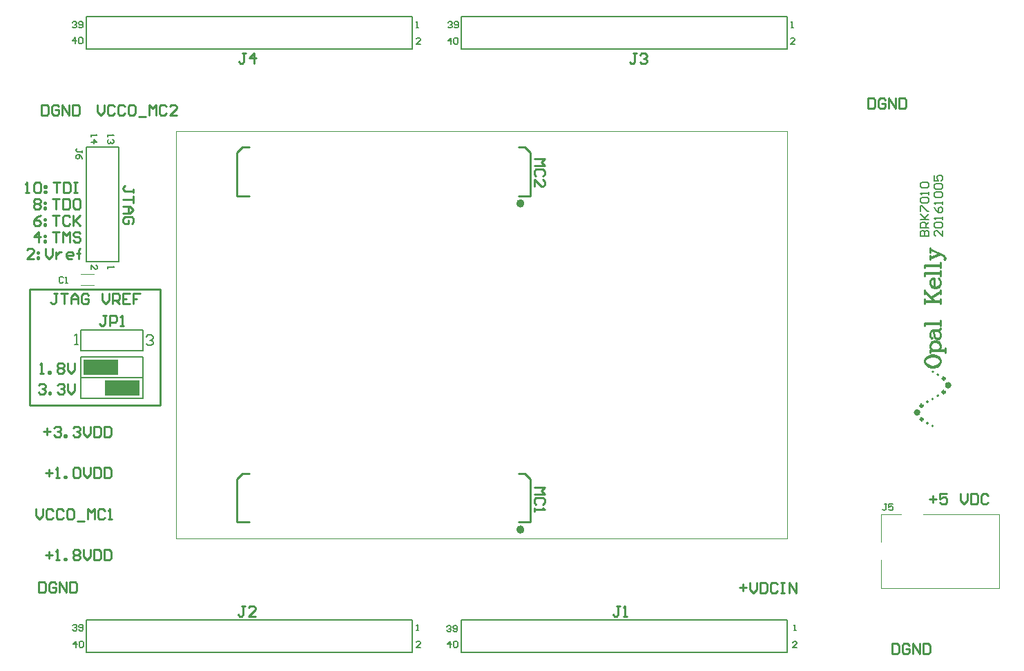
<source format=gto>
G04 Layer_Color=65535*
%FSLAX25Y25*%
%MOIN*%
G70*
G01*
G75*
%ADD14C,0.01000*%
%ADD25C,0.01969*%
%ADD26C,0.00675*%
%ADD27C,0.00825*%
%ADD28C,0.01200*%
%ADD29C,0.01500*%
%ADD30C,0.00472*%
%ADD31C,0.00787*%
%ADD32C,0.00800*%
%ADD33C,0.00799*%
%ADD34C,0.00799*%
%ADD35R,0.17100X0.07600*%
D14*
X95276Y78740D02*
X98425D01*
X228346D02*
X231496D01*
X231496D02*
X234252Y75984D01*
X92520Y55118D02*
Y75984D01*
Y55118D02*
X98425D01*
X92520Y75984D02*
X95276Y78740D01*
X234252Y55118D02*
Y75984D01*
X228346Y55118D02*
X234252D01*
X228346Y212598D02*
X234252D01*
Y233465D01*
X92520D02*
X95276Y236220D01*
X92520Y212598D02*
X98425D01*
X92520D02*
Y233465D01*
X231496Y236220D02*
X234252Y233465D01*
X228346Y236220D02*
X231496D01*
X95276D02*
X98425D01*
X-7567Y111758D02*
Y167758D01*
Y111758D02*
X55433D01*
Y167758D01*
X-7567D02*
X55433D01*
X25100Y256735D02*
Y253403D01*
X26766Y251737D01*
X28432Y253403D01*
Y256735D01*
X33431Y255902D02*
X32598Y256735D01*
X30931D01*
X30098Y255902D01*
Y252570D01*
X30931Y251737D01*
X32598D01*
X33431Y252570D01*
X38429Y255902D02*
X37596Y256735D01*
X35930D01*
X35097Y255902D01*
Y252570D01*
X35930Y251737D01*
X37596D01*
X38429Y252570D01*
X42594Y256735D02*
X40928D01*
X40095Y255902D01*
Y252570D01*
X40928Y251737D01*
X42594D01*
X43427Y252570D01*
Y255902D01*
X42594Y256735D01*
X45094Y250904D02*
X48426D01*
X50092Y251737D02*
Y256735D01*
X51758Y255069D01*
X53424Y256735D01*
Y251737D01*
X58422Y255902D02*
X57590Y256735D01*
X55923D01*
X55090Y255902D01*
Y252570D01*
X55923Y251737D01*
X57590D01*
X58422Y252570D01*
X63421Y251737D02*
X60089D01*
X63421Y255069D01*
Y255902D01*
X62588Y256735D01*
X60922D01*
X60089Y255902D01*
X-4665Y61583D02*
Y58251D01*
X-2998Y56585D01*
X-1332Y58251D01*
Y61583D01*
X3666Y60750D02*
X2833Y61583D01*
X1167D01*
X334Y60750D01*
Y57418D01*
X1167Y56585D01*
X2833D01*
X3666Y57418D01*
X8664Y60750D02*
X7831Y61583D01*
X6165D01*
X5332Y60750D01*
Y57418D01*
X6165Y56585D01*
X7831D01*
X8664Y57418D01*
X12830Y61583D02*
X11164D01*
X10331Y60750D01*
Y57418D01*
X11164Y56585D01*
X12830D01*
X13663Y57418D01*
Y60750D01*
X12830Y61583D01*
X15329Y55752D02*
X18661D01*
X20327Y56585D02*
Y61583D01*
X21993Y59917D01*
X23660Y61583D01*
Y56585D01*
X28658Y60750D02*
X27825Y61583D01*
X26159D01*
X25326Y60750D01*
Y57418D01*
X26159Y56585D01*
X27825D01*
X28658Y57418D01*
X30324Y56585D02*
X31990D01*
X31157D01*
Y61583D01*
X30324Y60750D01*
X29465Y155057D02*
X27799D01*
X28632D01*
Y150891D01*
X27799Y150058D01*
X26966D01*
X26133Y150891D01*
X31132Y150058D02*
Y155057D01*
X33631D01*
X34464Y154224D01*
Y152558D01*
X33631Y151724D01*
X31132D01*
X36130Y150058D02*
X37796D01*
X36963D01*
Y155057D01*
X36130Y154224D01*
X397200Y259798D02*
Y254800D01*
X399699D01*
X400532Y255633D01*
Y258965D01*
X399699Y259798D01*
X397200D01*
X405531Y258965D02*
X404698Y259798D01*
X403031D01*
X402198Y258965D01*
Y255633D01*
X403031Y254800D01*
X404698D01*
X405531Y255633D01*
Y257299D01*
X403864D01*
X407197Y254800D02*
Y259798D01*
X410529Y254800D01*
Y259798D01*
X412195D02*
Y254800D01*
X414694D01*
X415527Y255633D01*
Y258965D01*
X414694Y259798D01*
X412195D01*
X408700Y-3502D02*
Y-8500D01*
X411199D01*
X412032Y-7667D01*
Y-4335D01*
X411199Y-3502D01*
X408700D01*
X417031Y-4335D02*
X416198Y-3502D01*
X414531D01*
X413698Y-4335D01*
Y-7667D01*
X414531Y-8500D01*
X416198D01*
X417031Y-7667D01*
Y-6001D01*
X415365D01*
X418697Y-8500D02*
Y-3502D01*
X422029Y-8500D01*
Y-3502D01*
X423695D02*
Y-8500D01*
X426194D01*
X427027Y-7667D01*
Y-4335D01*
X426194Y-3502D01*
X423695D01*
X-3100Y26198D02*
Y21200D01*
X-601D01*
X232Y22033D01*
Y25365D01*
X-601Y26198D01*
X-3100D01*
X5231Y25365D02*
X4398Y26198D01*
X2731D01*
X1898Y25365D01*
Y22033D01*
X2731Y21200D01*
X4398D01*
X5231Y22033D01*
Y23699D01*
X3565D01*
X6897Y21200D02*
Y26198D01*
X10229Y21200D01*
Y26198D01*
X11895D02*
Y21200D01*
X14394D01*
X15227Y22033D01*
Y25365D01*
X14394Y26198D01*
X11895D01*
X-1800Y256735D02*
Y251737D01*
X699D01*
X1532Y252570D01*
Y255902D01*
X699Y256735D01*
X-1800D01*
X6531Y255902D02*
X5698Y256735D01*
X4031D01*
X3198Y255902D01*
Y252570D01*
X4031Y251737D01*
X5698D01*
X6531Y252570D01*
Y254236D01*
X4865D01*
X8197Y251737D02*
Y256735D01*
X11529Y251737D01*
Y256735D01*
X13195D02*
Y251737D01*
X15694D01*
X16527Y252570D01*
Y255902D01*
X15694Y256735D01*
X13195D01*
X335000Y23499D02*
X338332D01*
X336666Y25165D02*
Y21833D01*
X339998Y25998D02*
Y22666D01*
X341665Y21000D01*
X343331Y22666D01*
Y25998D01*
X344997D02*
Y21000D01*
X347496D01*
X348329Y21833D01*
Y25165D01*
X347496Y25998D01*
X344997D01*
X353327Y25165D02*
X352494Y25998D01*
X350828D01*
X349995Y25165D01*
Y21833D01*
X350828Y21000D01*
X352494D01*
X353327Y21833D01*
X354994Y25998D02*
X356660D01*
X355827D01*
Y21000D01*
X354994D01*
X356660D01*
X359159D02*
Y25998D01*
X362491Y21000D01*
Y25998D01*
X-833Y98884D02*
X2499D01*
X833Y100550D02*
Y97218D01*
X4165Y100550D02*
X4998Y101383D01*
X6664D01*
X7498Y100550D01*
Y99717D01*
X6664Y98884D01*
X5832D01*
X6664D01*
X7498Y98051D01*
Y97218D01*
X6664Y96385D01*
X4998D01*
X4165Y97218D01*
X9164Y96385D02*
Y97218D01*
X9997D01*
Y96385D01*
X9164D01*
X13329Y100550D02*
X14162Y101383D01*
X15828D01*
X16661Y100550D01*
Y99717D01*
X15828Y98884D01*
X14995D01*
X15828D01*
X16661Y98051D01*
Y97218D01*
X15828Y96385D01*
X14162D01*
X13329Y97218D01*
X18327Y101383D02*
Y98051D01*
X19994Y96385D01*
X21660Y98051D01*
Y101383D01*
X23326D02*
Y96385D01*
X25825D01*
X26658Y97218D01*
Y100550D01*
X25825Y101383D01*
X23326D01*
X28324D02*
Y96385D01*
X30823D01*
X31656Y97218D01*
Y100550D01*
X30823Y101383D01*
X28324D01*
X0Y39344D02*
X3332D01*
X1666Y41010D02*
Y37678D01*
X4998Y36845D02*
X6664D01*
X5831D01*
Y41843D01*
X4998Y41010D01*
X9164Y36845D02*
Y37678D01*
X9997D01*
Y36845D01*
X9164D01*
X13329Y41010D02*
X14162Y41843D01*
X15828D01*
X16661Y41010D01*
Y40177D01*
X15828Y39344D01*
X16661Y38511D01*
Y37678D01*
X15828Y36845D01*
X14162D01*
X13329Y37678D01*
Y38511D01*
X14162Y39344D01*
X13329Y40177D01*
Y41010D01*
X14162Y39344D02*
X15828D01*
X18327Y41843D02*
Y38511D01*
X19994Y36845D01*
X21660Y38511D01*
Y41843D01*
X23326D02*
Y36845D01*
X25825D01*
X26658Y37678D01*
Y41010D01*
X25825Y41843D01*
X23326D01*
X28324D02*
Y36845D01*
X30823D01*
X31656Y37678D01*
Y41010D01*
X30823Y41843D01*
X28324D01*
X0Y79084D02*
X3332D01*
X1666Y80750D02*
Y77418D01*
X4998Y76585D02*
X6664D01*
X5831D01*
Y81583D01*
X4998Y80750D01*
X9164Y76585D02*
Y77418D01*
X9997D01*
Y76585D01*
X9164D01*
X13329Y80750D02*
X14162Y81583D01*
X15828D01*
X16661Y80750D01*
Y77418D01*
X15828Y76585D01*
X14162D01*
X13329Y77418D01*
Y80750D01*
X18327Y81583D02*
Y78251D01*
X19994Y76585D01*
X21660Y78251D01*
Y81583D01*
X23326D02*
Y76585D01*
X25825D01*
X26658Y77418D01*
Y80750D01*
X25825Y81583D01*
X23326D01*
X28324D02*
Y76585D01*
X30823D01*
X31656Y77418D01*
Y80750D01*
X30823Y81583D01*
X28324D01*
X277443Y14652D02*
X275776D01*
X276609D01*
Y10487D01*
X275776Y9653D01*
X274943D01*
X274110Y10487D01*
X279109Y9653D02*
X280775D01*
X279942D01*
Y14652D01*
X279109Y13819D01*
X96419Y14620D02*
X94753D01*
X95586D01*
Y10455D01*
X94753Y9622D01*
X93920D01*
X93087Y10455D01*
X101417Y9622D02*
X98085D01*
X101417Y12954D01*
Y13787D01*
X100584Y14620D01*
X98918D01*
X98085Y13787D01*
X285332Y281498D02*
X283666D01*
X284499D01*
Y277333D01*
X283666Y276500D01*
X282833D01*
X282000Y277333D01*
X286998Y280665D02*
X287831Y281498D01*
X289498D01*
X290331Y280665D01*
Y279832D01*
X289498Y278999D01*
X288665D01*
X289498D01*
X290331Y278166D01*
Y277333D01*
X289498Y276500D01*
X287831D01*
X286998Y277333D01*
X96732Y281698D02*
X95066D01*
X95899D01*
Y277533D01*
X95066Y276700D01*
X94233D01*
X93400Y277533D01*
X100898Y276700D02*
Y281698D01*
X98398Y279199D01*
X101731D01*
X235989Y72089D02*
X240987D01*
X239321Y70423D01*
X240987Y68757D01*
X235989D01*
X240154Y63758D02*
X240987Y64591D01*
Y66258D01*
X240154Y67091D01*
X236822D01*
X235989Y66258D01*
Y64591D01*
X236822Y63758D01*
X235989Y62092D02*
Y60426D01*
Y61259D01*
X240987D01*
X240154Y62092D01*
X236089Y230489D02*
X241087D01*
X239421Y228823D01*
X241087Y227157D01*
X236089D01*
X240254Y222158D02*
X241087Y222991D01*
Y224658D01*
X240254Y225491D01*
X236922D01*
X236089Y224658D01*
Y222991D01*
X236922Y222158D01*
X236089Y217160D02*
Y220492D01*
X239421Y217160D01*
X240254D01*
X241087Y217993D01*
Y219659D01*
X240254Y220492D01*
X426800Y66299D02*
X430132D01*
X428466Y67965D02*
Y64633D01*
X435131Y68798D02*
X431798D01*
Y66299D01*
X433464Y67132D01*
X434298D01*
X435131Y66299D01*
Y64633D01*
X434298Y63800D01*
X432631D01*
X431798Y64633D01*
X441795Y68798D02*
Y65466D01*
X443461Y63800D01*
X445127Y65466D01*
Y68798D01*
X446794D02*
Y63800D01*
X449293D01*
X450126Y64633D01*
Y67965D01*
X449293Y68798D01*
X446794D01*
X455124Y67965D02*
X454291Y68798D01*
X452625D01*
X451792Y67965D01*
Y64633D01*
X452625Y63800D01*
X454291D01*
X455124Y64633D01*
X5865Y165557D02*
X4199D01*
X5032D01*
Y161391D01*
X4199Y160558D01*
X3366D01*
X2533Y161391D01*
X7531Y165557D02*
X10864D01*
X9198D01*
Y160558D01*
X12530D02*
Y163891D01*
X14196Y165557D01*
X15862Y163891D01*
Y160558D01*
Y163057D01*
X12530D01*
X20861Y164724D02*
X20027Y165557D01*
X18361D01*
X17528Y164724D01*
Y161391D01*
X18361Y160558D01*
X20027D01*
X20861Y161391D01*
Y163057D01*
X19194D01*
X27525Y165557D02*
Y162224D01*
X29191Y160558D01*
X30857Y162224D01*
Y165557D01*
X32523Y160558D02*
Y165557D01*
X35023D01*
X35856Y164724D01*
Y163057D01*
X35023Y162224D01*
X32523D01*
X34190D02*
X35856Y160558D01*
X40854Y165557D02*
X37522D01*
Y160558D01*
X40854D01*
X37522Y163057D02*
X39188D01*
X45852Y165557D02*
X42520D01*
Y163057D01*
X44186D01*
X42520D01*
Y160558D01*
X-3367Y121224D02*
X-2534Y122057D01*
X-868D01*
X-35Y121224D01*
Y120390D01*
X-868Y119557D01*
X-1701D01*
X-868D01*
X-35Y118724D01*
Y117891D01*
X-868Y117058D01*
X-2534D01*
X-3367Y117891D01*
X1631Y117058D02*
Y117891D01*
X2465D01*
Y117058D01*
X1631D01*
X5797Y121224D02*
X6630Y122057D01*
X8296D01*
X9129Y121224D01*
Y120390D01*
X8296Y119557D01*
X7463D01*
X8296D01*
X9129Y118724D01*
Y117891D01*
X8296Y117058D01*
X6630D01*
X5797Y117891D01*
X10795Y122057D02*
Y118724D01*
X12461Y117058D01*
X14127Y118724D01*
Y122057D01*
X-2567Y127058D02*
X-901D01*
X-1734D01*
Y132057D01*
X-2567Y131224D01*
X1598Y127058D02*
Y127891D01*
X2431D01*
Y127058D01*
X1598D01*
X5764Y131224D02*
X6597Y132057D01*
X8263D01*
X9096Y131224D01*
Y130391D01*
X8263Y129558D01*
X9096Y128724D01*
Y127891D01*
X8263Y127058D01*
X6597D01*
X5764Y127891D01*
Y128724D01*
X6597Y129558D01*
X5764Y130391D01*
Y131224D01*
X6597Y129558D02*
X8263D01*
X10762Y132057D02*
Y128724D01*
X12428Y127058D01*
X14094Y128724D01*
Y132057D01*
X-2222Y203320D02*
X-3888Y202487D01*
X-5554Y200821D01*
Y199155D01*
X-4721Y198322D01*
X-3055D01*
X-2222Y199155D01*
Y199988D01*
X-3055Y200821D01*
X-5554D01*
X-556Y201654D02*
X277D01*
Y200821D01*
X-556D01*
Y201654D01*
Y199155D02*
X277D01*
Y198322D01*
X-556D01*
Y199155D01*
X3609Y203320D02*
X6942D01*
X5275D01*
Y198322D01*
X11940Y202487D02*
X11107Y203320D01*
X9441D01*
X8608Y202487D01*
Y199155D01*
X9441Y198322D01*
X11107D01*
X11940Y199155D01*
X13606Y203320D02*
Y198322D01*
Y199988D01*
X16938Y203320D01*
X14439Y200821D01*
X16938Y198322D01*
X-3055Y190322D02*
Y195320D01*
X-5554Y192821D01*
X-2222D01*
X-556Y193654D02*
X277D01*
Y192821D01*
X-556D01*
Y193654D01*
Y191155D02*
X277D01*
Y190322D01*
X-556D01*
Y191155D01*
X3609Y195320D02*
X6942D01*
X5275D01*
Y190322D01*
X8608D02*
Y195320D01*
X10274Y193654D01*
X11940Y195320D01*
Y190322D01*
X16938Y194487D02*
X16105Y195320D01*
X14439D01*
X13606Y194487D01*
Y193654D01*
X14439Y192821D01*
X16105D01*
X16938Y191988D01*
Y191155D01*
X16105Y190322D01*
X14439D01*
X13606Y191155D01*
X-9600Y214237D02*
X-7934D01*
X-8767D01*
Y219235D01*
X-9600Y218402D01*
X-5435D02*
X-4602Y219235D01*
X-2936D01*
X-2102Y218402D01*
Y215070D01*
X-2936Y214237D01*
X-4602D01*
X-5435Y215070D01*
Y218402D01*
X-436Y217569D02*
X397D01*
Y216736D01*
X-436D01*
Y217569D01*
Y215070D02*
X397D01*
Y214237D01*
X-436D01*
Y215070D01*
X3729Y219235D02*
X7061D01*
X5395D01*
Y214237D01*
X8727Y219235D02*
Y214237D01*
X11227D01*
X12060Y215070D01*
Y218402D01*
X11227Y219235D01*
X8727D01*
X13726D02*
X15392D01*
X14559D01*
Y214237D01*
X13726D01*
X15392D01*
X-5554Y210487D02*
X-4721Y211320D01*
X-3055D01*
X-2222Y210487D01*
Y209654D01*
X-3055Y208821D01*
X-2222Y207988D01*
Y207155D01*
X-3055Y206322D01*
X-4721D01*
X-5554Y207155D01*
Y207988D01*
X-4721Y208821D01*
X-5554Y209654D01*
Y210487D01*
X-4721Y208821D02*
X-3055D01*
X-556Y209654D02*
X277D01*
Y208821D01*
X-556D01*
Y209654D01*
Y207155D02*
X277D01*
Y206322D01*
X-556D01*
Y207155D01*
X3609Y211320D02*
X6942D01*
X5275D01*
Y206322D01*
X8608Y211320D02*
Y206322D01*
X11107D01*
X11940Y207155D01*
Y210487D01*
X11107Y211320D01*
X8608D01*
X16105D02*
X14439D01*
X13606Y210487D01*
Y207155D01*
X14439Y206322D01*
X16105D01*
X16938Y207155D01*
Y210487D01*
X16105Y211320D01*
X-5554Y182322D02*
X-8887D01*
X-5554Y185654D01*
Y186487D01*
X-6387Y187320D01*
X-8054D01*
X-8887Y186487D01*
X-3888Y185654D02*
X-3055D01*
Y184821D01*
X-3888D01*
Y185654D01*
Y183155D02*
X-3055D01*
Y182322D01*
X-3888D01*
Y183155D01*
X277Y187320D02*
Y183988D01*
X1943Y182322D01*
X3609Y183988D01*
Y187320D01*
X5275Y185654D02*
Y182322D01*
Y183988D01*
X6109Y184821D01*
X6942Y185654D01*
X7775D01*
X12773Y182322D02*
X11107D01*
X10274Y183155D01*
Y184821D01*
X11107Y185654D01*
X12773D01*
X13606Y184821D01*
Y183988D01*
X10274D01*
X16105Y182322D02*
Y186487D01*
Y184821D01*
X15272D01*
X16938D01*
X16105D01*
Y186487D01*
X16938Y187320D01*
X42598Y214268D02*
Y215934D01*
Y215101D01*
X38433D01*
X37600Y215934D01*
Y216767D01*
X38433Y217600D01*
X42598Y212602D02*
Y209269D01*
Y210935D01*
X37600D01*
Y207603D02*
X40932D01*
X42598Y205937D01*
X40932Y204271D01*
X37600D01*
X40099D01*
Y207603D01*
X41765Y199273D02*
X42598Y200106D01*
Y201772D01*
X41765Y202605D01*
X38433D01*
X37600Y201772D01*
Y200106D01*
X38433Y199273D01*
X40099D01*
Y200939D01*
X424598Y132574D02*
X424955Y131503D01*
X425669Y130789D01*
X426383Y130432D01*
X427812Y130075D01*
X428883D01*
X430311Y130432D01*
X431025Y130789D01*
X431739Y131503D01*
X432096Y132574D01*
Y133288D01*
X431739Y134360D01*
X431025Y135074D01*
X430311Y135431D01*
X428883Y135788D01*
X427812D01*
X426383Y135431D01*
X425669Y135074D01*
X424955Y134360D01*
X424598Y133288D01*
Y132574D01*
X424955Y131860D01*
X425669Y131146D01*
X426383Y130789D01*
X427812Y130432D01*
X428883D01*
X430311Y130789D01*
X431025Y131146D01*
X431739Y131860D01*
X432096Y132574D01*
Y133288D02*
X431739Y134002D01*
X431025Y134717D01*
X430311Y135074D01*
X428883Y135431D01*
X427812D01*
X426383Y135074D01*
X425669Y134717D01*
X424955Y134002D01*
X424598Y133288D01*
X427098Y137895D02*
X434596D01*
X427098Y138252D02*
X434596D01*
X428169D02*
X427455Y138966D01*
X427098Y139680D01*
Y140394D01*
X427455Y141465D01*
X428169Y142179D01*
X429240Y142536D01*
X429954D01*
X431025Y142179D01*
X431739Y141465D01*
X432096Y140394D01*
Y139680D01*
X431739Y138966D01*
X431025Y138252D01*
X427098Y140394D02*
X427455Y141108D01*
X428169Y141822D01*
X429240Y142179D01*
X429954D01*
X431025Y141822D01*
X431739Y141108D01*
X432096Y140394D01*
X427098Y136823D02*
Y138252D01*
X434596Y136823D02*
Y139323D01*
X427812Y144286D02*
X428169D01*
Y143929D01*
X427812D01*
X427455Y144286D01*
X427098Y145000D01*
Y146428D01*
X427455Y147143D01*
X427812Y147500D01*
X428526Y147857D01*
X431025D01*
X431739Y148214D01*
X432096Y148571D01*
X427812Y147500D02*
X431025D01*
X431739Y147857D01*
X432096Y148571D01*
Y148928D01*
X428526Y147500D02*
X428883Y147143D01*
X429240Y145000D01*
X429597Y143929D01*
X430311Y143572D01*
X431025D01*
X431739Y143929D01*
X432096Y145000D01*
Y146071D01*
X431739Y146785D01*
X431025Y147500D01*
X429240Y145000D02*
X429597Y144286D01*
X430311Y143929D01*
X431025D01*
X431739Y144286D01*
X432096Y145000D01*
X424598Y151070D02*
X432096D01*
X424598Y151427D02*
X432096D01*
X424598Y149999D02*
Y151427D01*
X432096Y149999D02*
Y152499D01*
X424598Y161675D02*
X432096D01*
X424598Y162032D02*
X432096D01*
X424598Y166674D02*
X429240Y162032D01*
X427812Y163818D02*
X432096Y166674D01*
X427812Y163461D02*
X432096Y166317D01*
X424598Y160604D02*
Y163103D01*
Y165246D02*
Y167388D01*
X432096Y160604D02*
Y163103D01*
Y165246D02*
Y167388D01*
X429240Y168674D02*
Y172958D01*
X428526D01*
X427812Y172601D01*
X427455Y172244D01*
X427098Y171530D01*
Y170459D01*
X427455Y169388D01*
X428169Y168674D01*
X429240Y168317D01*
X429954D01*
X431025Y168674D01*
X431739Y169388D01*
X432096Y170459D01*
Y171173D01*
X431739Y172244D01*
X431025Y172958D01*
X429240Y172601D02*
X428169D01*
X427455Y172244D01*
X427098Y170459D02*
X427455Y169745D01*
X428169Y169031D01*
X429240Y168674D01*
X429954D01*
X431025Y169031D01*
X431739Y169745D01*
X432096Y170459D01*
X424598Y175172D02*
X432096D01*
X424598Y175529D02*
X432096D01*
X424598Y174101D02*
Y175529D01*
X432096Y174101D02*
Y176601D01*
X424598Y179029D02*
X432096D01*
X424598Y179386D02*
X432096D01*
X424598Y177957D02*
Y179386D01*
X432096Y177957D02*
Y180457D01*
X427098Y182528D02*
X432096Y184670D01*
X427098Y182885D02*
X431382Y184670D01*
X427098Y186813D02*
X432096Y184670D01*
X433525Y183956D01*
X434239Y183242D01*
X434596Y182528D01*
Y182171D01*
X434239Y181814D01*
X433882Y182171D01*
X434239Y182528D01*
X427098Y181814D02*
Y183956D01*
Y185384D02*
Y187527D01*
D25*
X230315Y51575D02*
G03*
X230315Y51575I-984J0D01*
G01*
Y209055D02*
G03*
X230315Y209055I-984J0D01*
G01*
D26*
X428684Y101575D02*
G03*
X428684Y101575I-338J0D01*
G01*
Y114700D02*
G03*
X428684Y114700I-338J0D01*
G01*
Y127825D02*
G03*
X428684Y127825I-338J0D01*
G01*
D27*
X426209Y103019D02*
G03*
X426209Y103019I-412J0D01*
G01*
Y113256D02*
G03*
X426209Y113256I-412J0D01*
G01*
X431309Y116144D02*
G03*
X431309Y116144I-412J0D01*
G01*
Y126381D02*
G03*
X431309Y126381I-412J0D01*
G01*
D28*
X423622Y104856D02*
G03*
X423622Y104856I-600J0D01*
G01*
Y111419D02*
G03*
X423622Y111419I-600J0D01*
G01*
X434271Y117981D02*
G03*
X434271Y117981I-600J0D01*
G01*
Y124544D02*
G03*
X434271Y124544I-600J0D01*
G01*
D29*
X421596Y108137D02*
G03*
X421596Y108137I-750J0D01*
G01*
X436596Y121262D02*
G03*
X436596Y121262I-750J0D01*
G01*
D30*
X17250Y174977D02*
X23550D01*
X17250Y169623D02*
X23550D01*
X63500Y244094D02*
X358268D01*
X62992Y47244D02*
Y244094D01*
X460583Y23433D02*
Y58866D01*
X403496Y23433D02*
X460583D01*
X423850Y58866D02*
X460583D01*
X403496Y23433D02*
Y36819D01*
Y45480D02*
Y58866D01*
X413181D01*
X358268Y47244D02*
Y244094D01*
X62992Y47244D02*
X358268D01*
D31*
X17133Y137958D02*
X47133D01*
X17133Y147958D02*
X47133D01*
X17133Y137958D02*
Y147958D01*
X47133Y137958D02*
Y147958D01*
X35433Y181102D02*
Y236221D01*
X19685Y181102D02*
Y236221D01*
Y181102D02*
X35433D01*
X19685Y236221D02*
X35433D01*
X200787Y-7874D02*
Y7874D01*
X358268Y-7874D02*
Y7874D01*
X200787Y-7874D02*
X358268D01*
X200787Y7874D02*
X358268D01*
X19685D02*
X177165D01*
X19685Y-7874D02*
X177165D01*
Y7874D01*
X19685Y-7874D02*
Y7874D01*
X200787Y283465D02*
Y299213D01*
X358268Y283465D02*
Y299213D01*
X200787Y283465D02*
X358268D01*
X200787Y299213D02*
X358268D01*
X19685D02*
X177165D01*
X19685Y283465D02*
X177165D01*
Y299213D01*
X19685Y283465D02*
Y299213D01*
D32*
X17133Y115058D02*
Y125058D01*
Y115058D02*
X47133D01*
Y125058D01*
X17133Y135058D02*
X47133D01*
Y125058D02*
Y135058D01*
X17133Y125058D02*
X47133D01*
X17133D02*
Y135058D01*
X17799Y233601D02*
Y234600D01*
Y234101D01*
X15300D01*
X14800Y234600D01*
Y235100D01*
X15300Y235600D01*
X17799Y230602D02*
X17299Y231601D01*
X16299Y232601D01*
X15300D01*
X14800Y232101D01*
Y231101D01*
X15300Y230602D01*
X15800D01*
X16299Y231101D01*
Y232601D01*
X8699Y173199D02*
X8200Y173699D01*
X7200D01*
X6700Y173199D01*
Y171200D01*
X7200Y170700D01*
X8200D01*
X8699Y171200D01*
X9699Y170700D02*
X10699D01*
X10199D01*
Y173699D01*
X9699Y173199D01*
X406288Y63788D02*
X405289D01*
X405789D01*
Y61289D01*
X405289Y60789D01*
X404789D01*
X404289Y61289D01*
X409287Y63788D02*
X407288D01*
Y62288D01*
X408288Y62788D01*
X408788D01*
X409287Y62288D01*
Y61289D01*
X408788Y60789D01*
X407788D01*
X407288Y61289D01*
X48633Y144624D02*
X49466Y145457D01*
X51132D01*
X51965Y144624D01*
Y143790D01*
X51132Y142957D01*
X50299D01*
X51132D01*
X51965Y142124D01*
Y141291D01*
X51132Y140458D01*
X49466D01*
X48633Y141291D01*
X14133Y140958D02*
X15799D01*
X14966D01*
Y145957D01*
X14133Y145124D01*
X30200Y178700D02*
Y177716D01*
Y178208D01*
X33152D01*
X32660Y178700D01*
X22100Y177232D02*
Y179200D01*
X24068Y177232D01*
X24560D01*
X25052Y177724D01*
Y178708D01*
X24560Y179200D01*
X362768Y-5400D02*
X360800D01*
X362768Y-3432D01*
Y-2940D01*
X362276Y-2448D01*
X361292D01*
X360800Y-2940D01*
X361400Y2800D02*
X362384D01*
X361892D01*
Y5752D01*
X361400Y5260D01*
X179200Y2800D02*
X180184D01*
X179692D01*
Y5752D01*
X179200Y5260D01*
X180968Y-5300D02*
X179000D01*
X180968Y-3332D01*
Y-2840D01*
X180476Y-2348D01*
X179492D01*
X179000Y-2840D01*
X361768Y286100D02*
X359800D01*
X361768Y288068D01*
Y288560D01*
X361276Y289052D01*
X360292D01*
X359800Y288560D01*
X360000Y294000D02*
X360984D01*
X360492D01*
Y296952D01*
X360000Y296460D01*
X179000Y294100D02*
X179984D01*
X179492D01*
Y297052D01*
X179000Y296560D01*
X181068Y286100D02*
X179100D01*
X181068Y288068D01*
Y288560D01*
X180576Y289052D01*
X179592D01*
X179100Y288560D01*
D33*
X422344Y193319D02*
X426343D01*
Y195318D01*
X425676Y195985D01*
X425010D01*
X424343Y195318D01*
Y193319D01*
Y195318D01*
X423677Y195985D01*
X423010D01*
X422344Y195318D01*
Y193319D01*
X426343Y197318D02*
X422344D01*
Y199317D01*
X423010Y199983D01*
X424343D01*
X425010Y199317D01*
Y197318D01*
Y198651D02*
X426343Y199983D01*
X422344Y201316D02*
X426343D01*
X425010D01*
X422344Y203982D01*
X424343Y201983D01*
X426343Y203982D01*
X422344Y205315D02*
Y207981D01*
X423010D01*
X425676Y205315D01*
X426343D01*
X423010Y209314D02*
X422344Y209980D01*
Y211313D01*
X423010Y211980D01*
X425676D01*
X426343Y211313D01*
Y209980D01*
X425676Y209314D01*
X423010D01*
X426343Y213312D02*
Y214645D01*
Y213979D01*
X422344D01*
X423010Y213312D01*
Y216645D02*
X422344Y217311D01*
Y218644D01*
X423010Y219310D01*
X425676D01*
X426343Y218644D01*
Y217311D01*
X425676Y216645D01*
X423010D01*
X433059Y195985D02*
Y193319D01*
X430393Y195985D01*
X429727D01*
X429060Y195318D01*
Y193985D01*
X429727Y193319D01*
Y197318D02*
X429060Y197984D01*
Y199317D01*
X429727Y199983D01*
X432393D01*
X433059Y199317D01*
Y197984D01*
X432393Y197318D01*
X429727D01*
X433059Y201316D02*
Y202649D01*
Y201983D01*
X429060D01*
X429727Y201316D01*
X429060Y207314D02*
X429727Y205981D01*
X431060Y204649D01*
X432393D01*
X433059Y205315D01*
Y206648D01*
X432393Y207314D01*
X431726D01*
X431060Y206648D01*
Y204649D01*
X433059Y208647D02*
Y209980D01*
Y209314D01*
X429060D01*
X429727Y208647D01*
Y211980D02*
X429060Y212646D01*
Y213979D01*
X429727Y214645D01*
X432393D01*
X433059Y213979D01*
Y212646D01*
X432393Y211980D01*
X429727D01*
Y215978D02*
X429060Y216645D01*
Y217978D01*
X429727Y218644D01*
X432393D01*
X433059Y217978D01*
Y216645D01*
X432393Y215978D01*
X429727D01*
X429060Y222643D02*
Y219977D01*
X431060D01*
X430393Y221310D01*
Y221976D01*
X431060Y222643D01*
X432393D01*
X433059Y221976D01*
Y220643D01*
X432393Y219977D01*
D34*
X30100Y242400D02*
Y241416D01*
Y241908D01*
X33052D01*
X32560Y242400D01*
Y239940D02*
X33052Y239448D01*
Y238464D01*
X32560Y237972D01*
X32068D01*
X31576Y238464D01*
Y238956D01*
Y238464D01*
X31084Y237972D01*
X30592D01*
X30100Y238464D01*
Y239448D01*
X30592Y239940D01*
X22000Y242400D02*
Y241416D01*
Y241908D01*
X24952D01*
X24460Y242400D01*
X22000Y238464D02*
X24952D01*
X23476Y239940D01*
Y237972D01*
X195576Y-5300D02*
Y-2348D01*
X194100Y-3824D01*
X196068D01*
X197052Y-2840D02*
X197544Y-2348D01*
X198528D01*
X199020Y-2840D01*
Y-4808D01*
X198528Y-5300D01*
X197544D01*
X197052Y-4808D01*
Y-2840D01*
X193900Y4760D02*
X194392Y5252D01*
X195376D01*
X195868Y4760D01*
Y4268D01*
X195376Y3776D01*
X194884D01*
X195376D01*
X195868Y3284D01*
Y2792D01*
X195376Y2300D01*
X194392D01*
X193900Y2792D01*
X196852D02*
X197344Y2300D01*
X198328D01*
X198820Y2792D01*
Y4760D01*
X198328Y5252D01*
X197344D01*
X196852Y4760D01*
Y4268D01*
X197344Y3776D01*
X198820D01*
X13200Y5160D02*
X13692Y5652D01*
X14676D01*
X15168Y5160D01*
Y4668D01*
X14676Y4176D01*
X14184D01*
X14676D01*
X15168Y3684D01*
Y3192D01*
X14676Y2700D01*
X13692D01*
X13200Y3192D01*
X16152D02*
X16644Y2700D01*
X17628D01*
X18120Y3192D01*
Y5160D01*
X17628Y5652D01*
X16644D01*
X16152Y5160D01*
Y4668D01*
X16644Y4176D01*
X18120D01*
X14876Y-5300D02*
Y-2348D01*
X13400Y-3824D01*
X15368D01*
X16352Y-2840D02*
X16844Y-2348D01*
X17828D01*
X18320Y-2840D01*
Y-4808D01*
X17828Y-5300D01*
X16844D01*
X16352Y-4808D01*
Y-2840D01*
X195776Y286000D02*
Y288952D01*
X194300Y287476D01*
X196268D01*
X197252Y288460D02*
X197744Y288952D01*
X198728D01*
X199220Y288460D01*
Y286492D01*
X198728Y286000D01*
X197744D01*
X197252Y286492D01*
Y288460D01*
X194400Y296360D02*
X194892Y296852D01*
X195876D01*
X196368Y296360D01*
Y295868D01*
X195876Y295376D01*
X195384D01*
X195876D01*
X196368Y294884D01*
Y294392D01*
X195876Y293900D01*
X194892D01*
X194400Y294392D01*
X197352D02*
X197844Y293900D01*
X198828D01*
X199320Y294392D01*
Y296360D01*
X198828Y296852D01*
X197844D01*
X197352Y296360D01*
Y295868D01*
X197844Y295376D01*
X199320D01*
X13100Y296360D02*
X13592Y296852D01*
X14576D01*
X15068Y296360D01*
Y295868D01*
X14576Y295376D01*
X14084D01*
X14576D01*
X15068Y294884D01*
Y294392D01*
X14576Y293900D01*
X13592D01*
X13100Y294392D01*
X16052D02*
X16544Y293900D01*
X17528D01*
X18020Y294392D01*
Y296360D01*
X17528Y296852D01*
X16544D01*
X16052Y296360D01*
Y295868D01*
X16544Y295376D01*
X18020D01*
X14576Y286200D02*
Y289152D01*
X13100Y287676D01*
X15068D01*
X16052Y288660D02*
X16544Y289152D01*
X17528D01*
X18020Y288660D01*
Y286692D01*
X17528Y286200D01*
X16544D01*
X16052Y286692D01*
Y288660D01*
D35*
X37283Y120058D02*
D03*
X26883Y130058D02*
D03*
M02*

</source>
